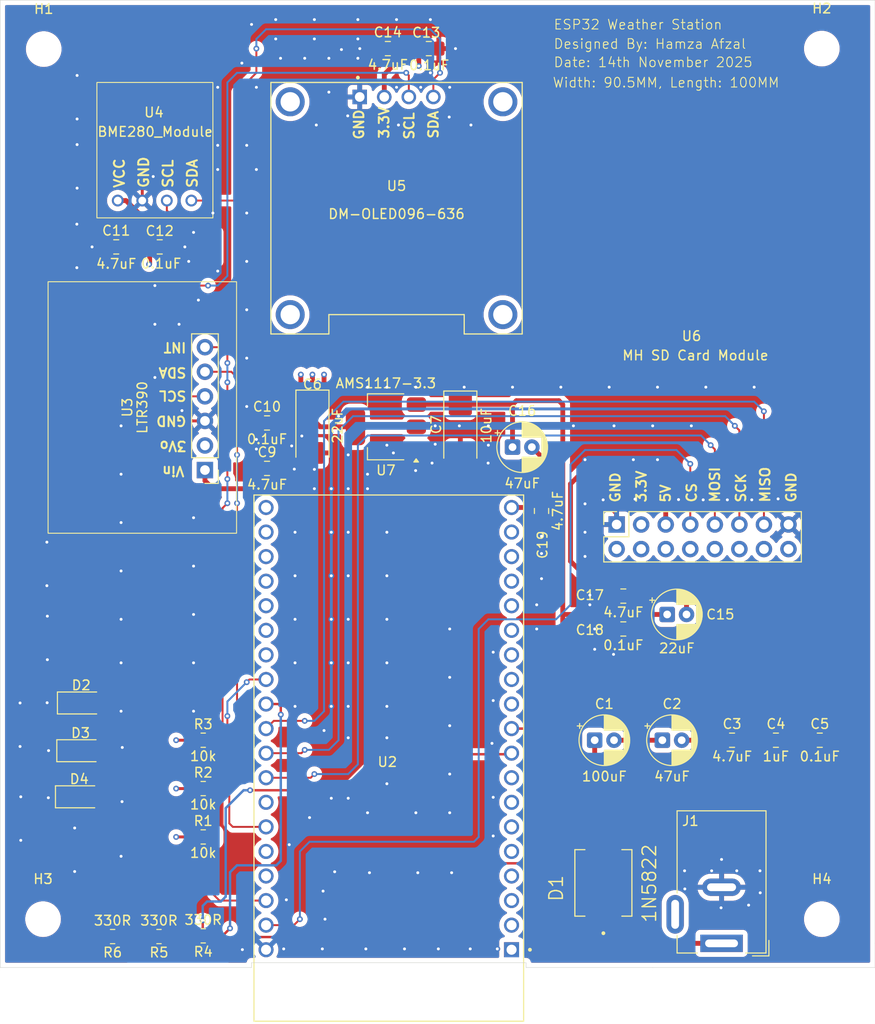
<source format=kicad_pcb>
(kicad_pcb (version 20241229) (generator "pcbnew") (generator_version "9.0")
  (layers (0 "F.Cu" signal) (4 "In1.Cu" signal) (6 "In2.Cu" signal) (2 "B.Cu" signal) (13 "F.Paste" user) (15 "B.Paste" user) (5 "F.SilkS" user "F.Silkscreen") (7 "B.SilkS" user "B.Silkscreen") (1 "F.Mask" user) (3 "B.Mask" user) (25 "Edge.Cuts" user))
  (net 0 "")
  (net 2 "GND")
  (net 5 "+3.3V")
  (net 7 "Net-(D2-A)")
  (net 9 "IO17")
  (net 12 "Net-(D1-K)")
  (net 14 "Net-(C1-Pad2)")
  (net 23 "Net-(C2-Pad2)")
  (net 26 "Net-(D3-A)")
  (net 27 "+5V")
  (net 32 "Net-(C3-Pad2)")
  (net 34 "IO25")
  (net 35 "Net-(C4-Pad2)")
  (net 38 "Net-(U6-5V)")
  (net 39 "Net-(U2-EXT_5V)")
  (net 40 "Net-(D1-A)")
  (net 41 "SCL")
  (net 42 "SDA")
  (net 43 "INT")
  (net 44 "MOSI")
  (net 45 "CS")
  (net 46 "MISO")
  (net 48 "SCK")
  (net 59 "Net-(D4-A)")
  (net 60 "IO26")
  (footprint "Capacitor_SMD:C_0805_2012Metric_Pad1.18x1.45mm_HandSolder" (layer "F.Cu") (at 71.5 55.5)
    (property "Reference" "C11")
    (property "Value" "4.7uF")
  )
  (footprint "MountingHole:MountingHole_3.2mm_M3" (layer "F.Cu") (at 144.5 125)
    (property "Reference" "H4")
    (property "Value" "MountingHole" (hide yes))
  )
  (footprint "Resistor_SMD:R_0805_2012Metric_Pad1.20x1.40mm_HandSolder" (layer "F.Cu") (at 80.5 126.725 180)
    (property "Reference" "R4")
    (property "Value" "330R")
  )
  (footprint "Capacitor_SMD:C_0805_2012Metric_Pad1.18x1.45mm_HandSolder" (layer "F.Cu") (at 99.6 35)
    (property "Reference" "C14")
    (property "Value" "4.7uF")
  )
  (footprint "Capacitor_SMD:C_0805_2012Metric_Pad1.18x1.45mm_HandSolder" (layer "F.Cu") (at 76 55.5 180)
    (property "Reference" "C12")
    (property "Value" "0.1uF")
  )
  (footprint "Connector_PinSocket_2.54mm:MH-SD_Card Module" (layer "F.Cu") (at 131.02 65.12)
    (property "Reference" "U6" (hide yes))
    (property "Value" "MH SD Card Module")
  )
  (footprint "Sensor:LTR390" (layer "F.Cu") (at 82.45 85.1 90)
    (property "Reference" "U3")
    (property "Value" "LTR390")
  )
  (footprint "MountingHole:MountingHole_3.2mm_M3" (layer "F.Cu") (at 144.5 35)
    (property "Reference" "H2")
    (property "Value" "MountingHole" (hide yes))
  )
  (footprint "Capacitor_SMD:C_0805_2012Metric_Pad1.18x1.45mm_HandSolder" (layer "F.Cu") (at 115.5 82.8 90)
    (property "Reference" "C19")
    (property "Value" "4.7uF")
  )
  (footprint "Resistor_SMD:R_0805_2012Metric_Pad1.20x1.40mm_HandSolder" (layer "F.Cu") (at 71.125 126.8 180)
    (property "Reference" "R6")
    (property "Value" "330R")
  )
  (footprint "Capacitor_SMD:C_0805_2012Metric_Pad1.18x1.45mm_HandSolder" (layer "F.Cu") (at 139.75 106.5)
    (property "Reference" "C4")
    (property "Value" "1uF")
  )
  (footprint "Diode_SMD:SS34" (layer "F.Cu") (at 121.9 121.2525 90)
    (property "Reference" "D1")
    (property "Value" "1N5822")
  )
  (footprint "Resistor_SMD:R_0805_2012Metric_Pad1.20x1.40mm_HandSolder" (layer "F.Cu") (at 80.5 106.5)
    (property "Reference" "R3")
    (property "Value" "10k")
  )
  (footprint "Sensor:BME 280 Module" (layer "F.Cu") (at 74.51995 47 90)
    (property "Reference" "U4" (hide yes))
    (property "Value" "BME280_Module")
  )
  (footprint "Capacitor_SMD:C_0805_2012Metric_Pad1.18x1.45mm_HandSolder" (layer "F.Cu") (at 135.2125 106.5)
    (property "Reference" "C3")
    (property "Value" "4.7uF")
  )
  (footprint "LED_SMD:LED_1206_3216Metric_Pad1.42x1.75mm_HandSolder" (layer "F.Cu") (at 67.675 112.35)
    (property "Reference" "D4")
    (property "Value" "LED")
  )
  (footprint "MountingHole:MountingHole_3.2mm_M3" (layer "F.Cu") (at 63.93 125)
    (property "Reference" "H3")
    (property "Value" "MountingHole" (hide yes))
  )
  (footprint "Capacitor_SMD:C_0805_2012Metric_Pad1.18x1.45mm_HandSolder" (layer "F.Cu") (at 123.9625 95)
    (property "Reference" "C18")
    (property "Value" "0.1uF")
  )
  (footprint "LED_SMD:LED_1206_3216Metric_Pad1.42x1.75mm_HandSolder" (layer "F.Cu") (at 67.875 102.65)
    (property "Reference" "D2")
    (property "Value" "LED")
  )
  (footprint "Capacitor_THT:CP_Radial_D5.0mm_P2.00mm" (layer "F.Cu") (at 121 106.5)
    (property "Reference" "C1")
    (property "Value" "100uF")
  )
  (footprint "Resistor_SMD:R_0805_2012Metric_Pad1.20x1.40mm_HandSolder" (layer "F.Cu") (at 80.5 116.5)
    (property "Reference" "R1")
    (property "Value" "10k")
  )
  (footprint "Display:MODULE_DM-OLED096-636" (layer "F.Cu") (at 100.5 51.5)
    (property "Reference" "U5")
    (property "Value" "DM-OLED096-636")
  )
  (footprint "Resistor_SMD:R_0805_2012Metric_Pad1.20x1.40mm_HandSolder" (layer "F.Cu") (at 80.5 111.5)
    (property "Reference" "R2")
    (property "Value" "10k")
  )
  (footprint "Capacitor_Tantalum_SMD:CP_EIA-6032-28_Kemet-C_HandSolder" (layer "F.Cu") (at 107.1 74.3425 -90)
    (property "Reference" "C7")
    (property "Value" "10uF")
  )
  (footprint "MountingHole:MountingHole_3.2mm_M3" (layer "F.Cu") (at 64 35.05)
    (property "Reference" "H1")
    (property "Value" "MountingHole" (hide yes))
  )
  (footprint "Connector_BarrelJack:BarrelJack_Wuerth_6941xx301002" (layer "F.Cu") (at 134.125 127.5 180)
    (property "Reference" "J1")
    (property "Value" "Barrel_Jack")
  )
  (footprint "Capacitor_SMD:C_0805_2012Metric_Pad1.18x1.45mm_HandSolder" (layer "F.Cu") (at 144.2875 106.5)
    (property "Reference" "C5")
    (property "Value" "0.1uF")
  )
  (footprint "Capacitor_THT:CP_Radial_D5.0mm_P2.00mm" (layer "F.Cu") (at 112.5 76.2)
    (property "Reference" "C16")
    (property "Value" "47uF")
  )
  (footprint "Capacitor_SMD:C_0805_2012Metric_Pad1.18x1.45mm_HandSolder" (layer "F.Cu") (at 87.1 73.7)
    (property "Reference" "C10")
    (property "Value" "0.1uF")
  )
  (footprint "Package_TO_SOT_SMD:SOT-223-3_TabPin2" (layer "F.Cu") (at 99.4 74.1 180)
    (property "Reference" "U7")
    (property "Value" "AMS1117-3.3")
  )
  (footprint "RF_Module:ESP32-DEVKITC-32D" (layer "F.Cu") (at 99.7 108.4 180)
    (property "Reference" "U2")
    (property "Value" "ESP32-DEVKITC-32D")
  )
  (footprint "LED_SMD:LED_1206_3216Metric_Pad1.42x1.75mm_HandSolder" (layer "F.Cu") (at 67.8125 107.585)
    (property "Reference" "D3")
    (property "Value" "LED")
  )
  (footprint "Capacitor_SMD:C_0805_2012Metric_Pad1.18x1.45mm_HandSolder" (layer "F.Cu") (at 103.8375 35 180)
    (property "Reference" "C13")
    (property "Value" "0.1uF")
  )
  (footprint "Capacitor_THT:CP_Radial_D5.0mm_P2.00mm" (layer "F.Cu") (at 128.5 93.5)
    (property "Reference" "C15")
    (property "Value" "22uF")
  )
  (footprint "Capacitor_THT:CP_Radial_D5.0mm_P2.00mm" (layer "F.Cu") (at 128 106.5)
    (property "Reference" "C2")
    (property "Value" "47uF")
  )
  (footprint "Capacitor_Tantalum_SMD:CP_EIA-6032-28_Kemet-C_HandSolder" (layer "F.Cu") (at 91.8 74.2425 -90)
    (property "Reference" "C6")
    (property "Value" "22uF")
  )
  (footprint "Capacitor_SMD:C_0805_2012Metric_Pad1.18x1.45mm_HandSolder" (layer "F.Cu") (at 87.1 78.4)
    (property "Reference" "C9")
    (property "Value" "4.7uF")
  )
  (footprint "Capacitor_SMD:C_0805_2012Metric_Pad1.18x1.45mm_HandSolder" (layer "F.Cu") (at 123.9625 91.6)
    (property "Reference" "C17")
    (property "Value" "4.7uF")
  )
  (footprint "Resistor_SMD:R_0805_2012Metric_Pad1.20x1.40mm_HandSolder" (layer "F.Cu") (at 75.925 126.8 180)
    (property "Reference" "R5")
    (property "Value" "330R")
  )
  (gr_line (start 150 30) (end 150 33.5) (stroke (width 0.05)) (layer "Edge.Cuts"))
  (gr_line (start 113.9 129.5) (end 85.5 129.5) (stroke (width 0.05)) (layer "Edge.Cuts"))
  (gr_line (start 85.5 129.5) (end 85.5 130) (stroke (width 0.05)) (layer "Edge.Cuts"))
  (gr_line (start 85.5 130) (end 59.5 130) (stroke (width 0.05)) (layer "Edge.Cuts"))
  (gr_line (start 150 130) (end 150 127.5) (stroke (width 0.05)) (layer "Edge.Cuts"))
  (gr_line (start 113.9 130) (end 127 130) (stroke (width 0.05)) (layer "Edge.Cuts"))
  (gr_line (start 59.5 130) (end 59.5 30) (stroke (width 0.05)) (layer "Edge.Cuts"))
  (gr_line (start 150 33.5) (end 150 127.5) (stroke (width 0.05)) (layer "Edge.Cuts"))
  (gr_line (start 59.5 30) (end 127 30) (stroke (width 0.05)) (layer "Edge.Cuts"))
  (gr_line (start 127 130) (end 150 130) (stroke (width 0.05)) (layer "Edge.Cuts"))
  (gr_line (start 127 30) (end 150 30) (stroke (width 0.05)) (layer "Edge.Cuts"))
  (gr_line (start 113.9 130) (end 113.9 129.5) (stroke (width 0.05)) (layer "Edge.Cuts"))
  (gr_text "Width: 90.5MM, Length: 100MM\n" (at 116.6 39.1 0) (layer "F.SilkS") (effects (font (size 1 1) (thickness 0.1)) (justify left bottom)))
  (gr_text "ESP32 Weather Station\n" (at 116.7 33.1 0) (layer "F.SilkS") (effects (font (size 1 1) (thickness 0.1)) (justify left bottom)))
  (gr_text "Date: 14th November 2025\n" (at 116.7 37 0) (layer "F.SilkS") (effects (font (size 1 1) (thickness 0.1)) (justify left bottom)))
  (gr_text "Designed By: Hamza Afzal\n" (at 116.7 35.1 0) (layer "F.SilkS") (effects (font (size 1 1) (thickness 0.1)) (justify left bottom)))
  (segment (start 79.365 73.49) (end 80.68 73.49) (width 0.3) (layer "F.Cu") (net 2))
  (segment (start 123.27 83.045) (end 123.27 84.2) (width 0.5) (layer "F.Cu") (net 2))
  (segment (start 77.0375 55.5) (end 78.6 55.5) (width 0.3) (layer "F.Cu") (net 2))
  (segment (start 86.0625 73.7) (end 86.0625 75.3375) (width 0.3) (layer "F.Cu") (net 2))
  (segment (start 100.575 76.4) (end 100.175 76.8) (width 0.5) (layer "F.Cu") (net 2))
  (segment (start 64.51 107.585) (end 64.5 107.575) (width 0.25) (layer "F.Cu") (net 2))
  (segment (start 98.5625 35) (end 96.7 35) (width 0.3) (layer "F.Cu") (net 2))
  (segment (start 104.875 35) (end 106.6 35) (width 0.3) (layer "F.Cu") (net 2))
  (segment (start 134.125 121.7) (end 134.125 118.825) (width 0.5) (layer "F.Cu") (net 2))
  (segment (start 91.8 76.15) (end 90.7 75.05) (width 0.5) (layer "F.Cu") (net 2))
  (segment (start 91.8 76.8) (end 91.8 76.15) (width 0.5) (layer "F.Cu") (net 2))
  (segment (start 94.7 39.6) (end 94.7 35.2) (width 0.3) (layer "F.Cu") (net 2))
  (segment (start 78.3 72.425) (end 79.365 73.49) (width 0.3) (layer "F.Cu") (net 2))
  (segment (start 74.875 48.225) (end 74.19455 48.90545) (width 0.3) (layer "F.Cu") (net 2))
  (segment (start 86.0625 75.3375) (end 86 75.4) (width 0.3) (layer "F.Cu") (net 2))
  (segment (start 86.0625 76.4625) (end 86 76.4) (width 0.3) (layer "F.Cu") (net 2))
  (segment (start 122.925 91.6) (end 120.6 91.6) (width 0.5) (layer "F.Cu") (net 2))
  (segment (start 122.925 95) (end 121 95) (width 0.5) (layer "F.Cu") (net 2))
  (segment (start 95.1 40) (end 94.7 39.6) (width 0.3) (layer "F.Cu") (net 2))
  (segment (start 121.875 81.65) (end 123.27 83.045) (width 0.5) (layer "F.Cu") (net 2))
  (segment (start 94.7 35.2) (end 94.8 35.1) (width 0.3) (layer "F.Cu") (net 2))
  (segment (start 86.0625 78.4) (end 86.0625 76.4625) (width 0.3) (layer "F.Cu") (net 2))
  (segment (start 109.025 76.9) (end 109.975 77.85) (width 0.5) (layer "F.Cu") (net 2))
  (segment (start 74.19455 48.90545) (end 74.19455 50.71) (width 0.3) (layer "F.Cu") (net 2))
  (segment (start 107.1 76.9) (end 109.025 76.9) (width 0.5) (layer "F.Cu") (net 2))
  (segment (start 120.6 91.6) (end 120.5 91.5) (width 0.5) (layer "F.Cu") (net 2))
  (segment (start 66.3875 102.65) (end 64.375 102.65) (width 0.25) (layer "F.Cu") (net 2))
  (segment (start 70.4625 55.5) (end 69 55.5) (width 0.3) (layer "F.Cu") (net 2))
  (segment (start 115.5 83.8375) (end 115.5 85.4) (width 0.3) (layer "F.Cu") (net 2))
  (segment (start 96.69 40) (end 95.1 40) (width 0.3) (layer "F.Cu") (net 2))
  (segment (start 64.375 102.65) (end 64.35 102.625) (width 0.25) (layer "F.Cu") (net 2))
  (segment (start 75.325 48.225) (end 74.875 48.225) (width 0.3) (layer "F.Cu") (net 2))
  (segment (start 102.55 76.4) (end 100.575 76.4) (width 0.5) (layer "F.Cu") (net 2))
  (segment (start 64.575 112.35) (end 64.475 112.45) (width 0.25) (layer "F.Cu") (net 2))
  (segment (start 66.325 107.585) (end 64.51 107.585) (width 0.25) (layer "F.Cu") (net 2))
  (segment (start 66.1875 112.35) (end 64.575 112.35) (width 0.25) (layer "F.Cu") (net 2))
  (via (at 99.5 76) (size 0.6) (drill 0.3) (layers "F.Cu" "B.Cu") (net 2))
  (via (at 88 34) (size 0.6) (drill 0.3) (layers "F.Cu" "B.Cu") (net 2))
  (via (at 136.925 123.55) (size 0.6) (drill 0.3) (layers "F.Cu" "B.Cu") (net 2))
  (via (at 129.675 81.625) (size 0.6) (drill 0.3) (layers "F.Cu" "B.Cu") (net 2))
  (via (at 107 74) (size 0.6) (drill 0.3) (layers "F.Cu" "B.Cu") (net 2))
  (via (at 95.5 112.5) (size 0.6) (drill 0.3) (layers "F.Cu" "B.Cu") (net 2))
  (via (at 97.5 114) (size 0.6) (drill 0.3) (layers "F.Cu" "B.Cu") (net 2))
  (via (at 78.3 72.425) (size 0.6) (drill 0.3) (layers "F.Cu" "B.Cu") (net 2))
  (via (at 90 85) (size 0.6) (drill 0.3) (layers "F.Cu" "B.Cu") (net 2))
  (via (at 84.5 36.5) (size 0.6) (drill 0.3) (layers "F.Cu" "B.Cu") (net 2))
  (via (at 93.5 36) (size 0.6) (drill 0.3) (layers "F.Cu" "B.Cu") (net 2))
  (via (at 106.6 35) (size 0.6) (drill 0.3) (layers "F.Cu" "B.Cu") (net 2))
  (via (at 72 84) (size 0.6) (drill 0.3) (layers "F.Cu" "B.Cu") (net 2))
  (via (at 96.5 36) (size 0.6) (drill 0.3) (layers "F.Cu" "B.Cu") (net 2))
  (via (at 72 103.5) (size 0.6) (drill 0.3) (layers "F.Cu" "B.Cu") (net 2))
  (via (at 96.5 32) (size 0.6) (drill 0.3) (layers "F.Cu" "B.Cu") (net 2))
  (via (at 106 114) (size 0.6) (drill 0.3) (layers "F.Cu" "B.Cu") (net 2))
  (via (at 94.1 120.1) (size 0.6) (drill 0.3) (layers "F.Cu" "B.Cu") (net 2))
  (via (at 139.975 81.55) (size 0.6) (drill 0.3) (layers "F.Cu" "B.Cu") (net 2))
  (via (at 94.5 73) (size 0.6) (drill 0.3) (layers "F.Cu" "B.Cu") (net 2))
  (via (at 89.65 76.075) (size 0.6) (drill 0.3) (layers "F.Cu" "B.Cu") (net 2))
  (via (at 78 63.5) (size 0.6) (drill 0.3) (layers "F.Cu" "B.Cu") (net 2))
  (via (at 67.2 115.575) (size 0.6) (drill 0.3) (layers "F.Cu" "B.Cu") (net 2))
  (via (at 85 57) (size 0.6) (drill 0.3) (layers "F.Cu" "B.Cu") (net 2))
  (via (at 81.5 52) (size 0.6) (drill 0.3) (layers "F.Cu" "B.Cu") (net 2))
  (via (at 82 45) (size 0.6) (drill 0.3) (layers "F.Cu" "B.Cu") (net 2))
  (via (at 64.325 86.025) (size 0.6) (drill 0.3) (layers "F.Cu" "B.Cu") (net 2))
  (via (at 99.5 70) (size 0.6) (drill 0.3) (layers "F.Cu" "B.Cu") (net 2))
  (via (at 91.5 114.5) (size 0.6) (drill 0.3) (layers "F.Cu" "B.Cu") (net 2))
  (via (at 95.5 89.5) (size 0.6) (drill 0.3) (layers "F.Cu" "B.Cu") (net 2))
  (via (at 90 89.5) (size 0.6) (drill 0.3) (layers "F.Cu" "B.Cu") (net 2))
  (via (at 110.375 106.825) (size 0.6) (drill 0.3) (layers "F.Cu" "B.Cu") (net 2))
  (via (at 127.5 77.5) (size 0.6) (drill 0.3) (layers "F.Cu" "B.Cu") (net 2))
  (via (at 108.125 128.075) (size 0.6) (drill 0.3) (layers "F.Cu" "B.Cu") (net 2))
  (via (at 106.2 120.2) (size 0.6) (drill 0.3) (layers "F.Cu" "B.Cu") (net 2))
  (via (at 132.5 70) (size 0.6) (drill 0.3) (layers "F.Cu" "B.Cu") (net 2))
  (via (at 99.5 111) (size 0.6) (drill 0.3) (layers "F.Cu" "B.Cu") (net 2))
  (via (at 72 89) (size 0.6) (drill 0.3) (layers "F.Cu" "B.Cu") (net 2))
  (via (at 102.475 78.625) (size 0.6) (drill 0.3) (layers "F.Cu" "B.Cu") (net 2))
  (via (at 61.55 102.65) (size 0.6) (drill 0.3) (layers "F.Cu" "B.Cu") (net 2))
  (via (at 85 72) (size 0.6) (drill 0.3) (layers "F.Cu" "B.Cu") (net 2))
  (via (at 122.5 70) (size 0.6) (drill 0.3) (layers "F.Cu" "B.Cu") (net 2))
  (via (at 135.7 120) (size 0.6) (drill 0.3) (layers "F.Cu" "B.Cu") (net 2))
  (via (at 85 67) (size 0.6) (drill 0.3) (layers "F.Cu" "B.Cu") (net 2))
  (via (at 137.25 81.65) (size 0.6) (drill 0.3) (layers "F.Cu" "B.Cu") (net 2))
  (via (at 110.5 116.4) (size 0.6) (drill 0.3) (layers "F.Cu" "B.Cu") (net 2))
  (via (at 104.5 75.9) (size 0.6) (drill 0.3) (layers "F.Cu" "B.Cu") (net 2))
  (via (at 119.999999 82.061971) (size 0.6) (drill 0.3) (layers "F.Cu" "B.Cu") (net 2))
  (via (at 90 98.5) (size 0.6) (drill 0.3) (layers "F.Cu" "B.Cu") (net 2))
  (via (at 125.175 81.575) (size 0.6) (drill 0.3) (layers "F.Cu" "B.Cu") (net 2))
  (via (at 67.45 44.925) (size 0.6) (drill 0.3) (layers "F.Cu" "B.Cu") (net 2))
  (via (at 133.1 120) (size 0.6) (drill 0.3) (layers "F.Cu" "B.Cu") (net 2))
  (via (at 64.5 107.575) (size 0.6) (drill 0.3) (layers "F.Cu" "B.Cu") (net 2))
  (via (at 91 36) (size 0.6) (drill 0.3) (layers "F.Cu" "B.Cu") (net 2))
  (via (at 79.5 83.5) (size 0.6) (drill 0.3) (layers "F.Cu" "B.Cu") (net 2))
  (via (at 85 52) (size 0.6) (drill 0.3) (layers "F.Cu" "B.Cu") (net 2))
  (via (at 72 79) (size 0.6) (drill 0.3) (layers "F.Cu" "B.Cu") (net 2))
  (via (at 100.5 32) (size 0.6) (drill 0.3) (layers "F.Cu" "B.Cu") (net 2))
  (via (at 67.45 37.775) (size 0.6) (drill 0.3) (layers "F.Cu" "B.Cu") (net 2))
  (via (at 86 47.5) (size 0.6) (drill 0.3) (layers "F.Cu" "B.Cu") (net 2))
  (via (at 67.45 42.275) (size 0.6) (drill 0.3) (layers "F.Cu" "B.Cu") (net 2))
  (via (at 109.975 77.85) (size 0.6) (drill 0.3) (layers "F.Cu" "B.Cu") (net 2))
  (via (at 120 85) (size 0.6) (drill 0.3) (layers "F.Cu" "B.Cu") (net 2))
  (via (at 103 39) (size 0.6) (drill 0.3) (layers "F.Cu" "B.Cu") (net 2))
  (via (at 102.7 120.2) (size 0.6) (drill 0.3) (layers "F.Cu" "B.Cu") (net 2))
  (via (at 99.5 106.25) (size 0.6) (drill 0.3) (layers "F.Cu" "B.Cu") (net 2))
  (via (at 99.5 85) (size 0.6) (drill 0.3) (layers "F.Cu" "B.Cu") (net 2))
  (via (at 82 47.5) (size 0.6) (drill 0.3) (layers "F.Cu" "B.Cu") (net 2))
  (via (at 104.825 128.075) (size 0.6) (drill 0.3) (layers "F.Cu" "B.Cu") (net 2))
  (via (at 84.55 128.15) (size 0.6) (drill 0.3) (layers "F.Cu" "B.Cu") (net 2))
  (via (at 75.5 69) (size 0.6) (drill 0.3) (layers "F.Cu" "B.Cu") (net 2))
  (via (at 95.5 80.5) (size 0.6) (drill 0.3) (layers "F.Cu" "B.Cu") (net 2))
  (via (at 96.7 35) (size 0.6) (drill 0.3) (layers "F.Cu" "B.Cu") (net 2))
  (via (at 95.5 94) (size 0.6) (drill 0.3) (layers "F.Cu" "B.Cu") (net 2))
  (via (at 92.825 128.075) (size 0.6) (drill 0.3) (layers "F.Cu" "B.Cu") (net 2))
  (via (at 95.5 98.5) (size 0.6) (drill 0.3) (layers "F.Cu" "B.Cu") (net 2))
  (via (at 90 103) (size 0.6) (drill 0.3) (layers "F.Cu" "B.Cu") (net 2))
  (via (at 82 58) (size 0.6) (drill 0.3) (layers "F.Cu" "B.Cu") (net 2))
  (via (at 72.125 107.25) (size 0.6) (drill 0.3) (layers "F.Cu" "B.Cu") (net 2))
  (via (at 99.5 89.5) (size 0.6) (drill 0.3) (layers "F.Cu" "B.Cu") (net 2))
  (via (at 121.875 81.65) (size 0.6) (drill 0.3) (layers "F.Cu" "B.Cu") (net 2))
  (via (at 97.5 79) (size 0.6) (drill 0.3) (layers "F.Cu" "B.Cu") (net 2))
  (via (at 69 55.5) (size 0.6) (drill 0.3) (layers "F.Cu" "B.Cu") (net 2))
  (via (at 64.375 93.675) (size 0.6) (drill 0.3) (layers "F.Cu" "B.Cu") (net 2))
  (via (at 99.5 98.5) (size 0.6) (drill 0.3) (layers "F.Cu" "B.Cu") (net 2))
  (via (at 92 34) (size 0.6) (drill 0.3) (layers "F.Cu" "B.Cu") (net 2))
  (via (at 93.75 80.5) (size 0.6) (drill 0.3) (layers "F.Cu" "B.Cu") (net 2))
  (via (at 75.5 63.5) (size 0.6) (drill 0.3) (layers "F.Cu" "B.Cu") (net 2))
  (via (at 115.5 87.2) (size 0.6) (drill 0.3) (layers "F.Cu" "B.Cu") (net 2))
  (via (at 110 76) (size 0.6) (drill 0.3) (layers "F.Cu" "B.Cu") (net 2))
  (via (at 104 37.5) (size 0.6) (drill 0.3) (layers "F.Cu" "B.Cu") (net 2))
  (via (at 93.1 125) (size 0.6) (drill 0.3) (layers "F.Cu" "B.Cu") (net 2))
  (via (at 95.45 41.95) (size 0.6) (drill 0.3) (layers "F.Cu" "B.Cu") (net 2))
  (via (at 106 95) (size 0.6) (drill 0.3) (layers "F.Cu" "B.Cu") (net 2))
  (via (at 121 95) (size 0.6) (drill 0.3) (layers "F.Cu" "B.Cu") (net 2))
  (via (at 122.95 97.625) (size 0.6) (drill 0.3) (layers "F.Cu" "B.Cu") (net 2))
  (via (at 110 74) (size 0.6) (drill 0.3) (layers "F.Cu" "B.Cu") (net 2))
  (via (at 115 95) (size 0.6) (drill 0.3) (layers "F.Cu" "B.Cu") (net 2))
  (via (at 93.75 89.5) (size 0.6) (drill 0.3) (layers "F.Cu" "B.Cu") (net 2))
  (via (at 92 78.5) (size 0.6) (drill 0.3) (layers "F.Cu" "B.Cu") (net 2))
  (via (at 64.475 112.45) (size 0.6) (drill 0.3) (layers "F.Cu" "B.Cu") (net 2))
  (via (at 110.925 128.075) (size 0.6) (drill 0.3) (layers "F.Cu" "B.Cu") (net 2))
  (via (at 95.5 103) (size 0.6) (drill 0.3) (layers "F.Cu" "B.Cu") (net 2))
  (via (at 112.5 70) (size 0.6) (drill 0.3) (layers "F.Cu" "B.Cu") (net 2))
  (via (at 137.5 70) (size 0.6) (drill 0.3) (layers "F.Cu" "B.Cu") (net 2))
  (via (at 134.725 81.65) (size 0.6) (drill 0.3) (layers "F.Cu" "B.Cu") (net 2))
  (via (at 115 92.5) (size 0.6) (drill 0.3) (layers "F.Cu" "B.Cu") (net 2))
  (via (at 85.5 32.5) (size 0.6) (drill 0.3) (layers "F.Cu" "B.Cu") (net 2))
  (via (at 134.075 123.825) (size 0.6) (drill 0.3) (layers "F.Cu" "B.Cu") (net 2))
  (via (at 108.2 42.9) (size 0.6) (drill 0.3) (layers "F.Cu" "B.Cu") (net 2))
  (via (at 110.5 102.4) (size 0.6) (drill 0.3) (layers "F.Cu" "B.Cu") (net 2))
  (via (at 79.5 88.5) (size 0.6) (drill 0.3) (layers "F.Cu" "B.Cu") (net 2))
  (via (at 72 74) (size 0.6) (drill 0.3) (layers "F.Cu" "B.Cu") (net 2))
  (via (at 97.325 128.075) (size 0.6) (drill 0.3) (layers "F.Cu" "B.Cu") (net 2))
  (via (at 78.6 55.5) (size 0.6) (drill 0.3) (layers "F.Cu" "B.Cu") (net 2))
  (via (at 72 98.5) (size 0.6) (drill 0.3) (layers "F.Cu" "B.Cu") (net 2))
  (via (at 120.5 91.5) (size 0.6) (drill 0.3) (layers "F.Cu" "B.Cu") (net 2))
  (via (at 117.5 70) (size 0.6) (drill 0.3) (layers "F.Cu" "B.Cu") (net 2))
  (via (at 61.625 112.35) (size 0.6) (drill 0.3) (layers "F.Cu" "B.Cu") (net 2))
  (via (at 120 77.5) (size 0.6) (drill 0.3) (layers "F.Cu" "B.Cu") (net 2))
  (via (at 95.5 85) (size 0.6) (drill 0.3) (layers "F.Cu" "B.Cu") (net 2))
  (via (at 106 105) (size 0.6) (drill 0.3) (layers "F.Cu" "B.Cu") (net 2))
  (via (at 92 80.5) (size 0.6) (drill 0.3) (layers "F.Cu" "B.Cu") (net 2))
  (via (at 97.5 70) (size 0.6) (drill 0.3) (layers "F.Cu" "B.Cu") (net 2))
  (via (at 85 45) (size 0.6) (drill 0.3) (layers "F.Cu" "B.Cu") (net 2))
  (via (at 88.5 36) (size 0.6) (drill 0.3) (layers "F.Cu" "B.Cu") (net 2))
  (via (at 120.5 92.5) (size 0.6) (drill 0.3) (layers "F.Cu" "B.Cu") (net 2))
  (via (at 97.7 120.2) (size 0.6) (drill 0.3) (layers "F.Cu" "B.Cu") (net 2))
  (via (at 67.425 57.65) (size 0.6) (drill 0.3) (layers "F.Cu" "B.Cu") (net 2))
  (via (at 99.5 94) (size 0.6) (drill 0.3) (layers "F.Cu" "B.Cu") (net 2))
  (via (at 138.1 120) (size 0.6) (drill 0.3) (layers "F.Cu" "B.Cu") (net 2))
  (via (at 85 62) (size 0.6) (drill 0.3) (layers "F.Cu" "B.Cu") (net 2))
  (via (at 110.5 112.4) (size 0.6) (drill 0.3) (layers "F.Cu" "B.Cu") (net 2))
  (via (at 79 57) (size 0.6) (drill 0.3) (layers "F.Cu" "B.Cu") (net 2))
  (via (at 67.2 120.075) (size 0.6) (drill 0.3) (layers "F.Cu" "B.Cu") (net 2))
  (via (at 127 74) (size 0.6) (drill 0.3) (layers "F.Cu" "B.Cu") (net 2))
  (via (at 67.425 53.15) (size 0.6) (drill 0.3) (layers "F.Cu" "B.Cu") (net 2))
  (via (at 89.4 117.3) (size 0.6) (drill 0.3) (layers "F.Cu" "B.Cu") (net 2))
  (via (at 106 100) (size 0.6) (drill 0.3) (layers "F.Cu" "B.Cu") (net 2))
  (via (at 100.7 42.9) (size 0.6) (drill 0.3) (layers "F.Cu" "B.Cu") (net 2))
  (via (at 97.5 80.5) (size 0.6) (drill 0.3) (layers "F.Cu" "B.Cu") (net 2))
  (via (at 104.5 74) (size 0.6) (drill 0.3) (layers "F.Cu" "B.Cu") (net 2))
  (via (at 93.75 103) (size 0.6) (drill 0.3) (layers "F.Cu" "B.Cu") (net 2))
  (via (at 89.1 123) (size 0.6) (drill 0.3) (layers "F.Cu" "B.Cu") (net 2))
  (via (at 107.5 70) (size 0.6) (drill 0.3) (layers "F.Cu" "B.Cu") (net 2))
  (via (at 118.8 74) (size 0.6) (drill 0.3) (layers "F.Cu" "B.Cu") (net 2))
  (via (at 121 97.1) (size 0.6) (drill 0.3) (layers "F.Cu" "B.Cu") (net 2))
  (via (at 102.5 114) (size 0.6) (drill 0.3) (layers "F.Cu" "B.Cu") (net 2))
  (via (at 92.9 122.1) (size 0.6) (drill 0.3) (layers "F.Cu" "B.Cu") (net 2))
  (via (at 86 76.4) (size 0.6) (drill 0.3) (layers "F.Cu" "B.Cu") (net 2))
  (via (at 72 118.5) (size 0.6) (drill 0.3) (layers "F.Cu" "B.Cu") (net 2))
  (via (at 95.5 77) (size 0.6) (drill 0.3) (layers "F.Cu" "B.Cu") (net 2))
  (via (at 123 74) (size 0.6) (drill 0.3) (layers "F.Cu" "B.Cu") (net 2))
  (via (at 61.625 116.85) (size 0.6) (drill 0.3) (layers "F.Cu" "B.Cu") (net 2))
  (via (at 100.5 39) (size 0.6) (drill 0.3) (layers "F.Cu" "B.Cu") (net 2))
  (via (at 86 39) (size 0.6) (drill 0.3) (layers "F.Cu" "B.Cu") (net 2))
  (via (at 82 39) (size 0.6) (drill 0.3) (layers "F.Cu" "B.Cu") (net 2))
  (via (at 115.5 89.8) (size 0.6) (drill 0.3) (layers "F.Cu" "B.Cu") (net 2))
  (via (at 120 87.5) (size 0.6) (drill 0.3) (layers "F.Cu" "B.Cu") (net 2))
  (via (at 89.925 78.475) (size 0.6) (drill 0.3) (layers "F.Cu" "B.Cu") (net 2))
  (via (at 95.5 106.25) (size 0.6) (drill 0.3) (layers "F.Cu" "B.Cu") (net 2))
  (via (at 130.3 120) (size 0.6) (drill 0.3) (layers "F.Cu" "B.Cu") (net 2))
  (via (at 79.5 54) (size 0.6) (drill 0.3) (layers "F.Cu" "B.Cu") (net 2))
  (via (at 99.5 103) (size 0.6) (drill 0.3) (layers "F.Cu" "B.Cu") (net 2))
  (via (at 93 105.5) (size 0.6) (drill 0.3) (layers "F.Cu" "B.Cu") (net 2))
  (via (at 72.1 112.85) (size 0.6) (drill 0.3) (layers "F.Cu" "B.Cu") (net 2))
  (via (at 88 32) (size 0.6) (drill 0.3) (layers "F.Cu" "B.Cu") (net 2))
  (via (at 138.125 122.275) (size 0.6) (drill 0.3) (layers "F.Cu" "B.Cu") (net 2))
  (via (at 100.175 76.8) (size 0.6) (drill 0.3) (layers "F.Cu" "B.Cu") (net 2))
  (via (at 75.325 48.225) (size 0.6) (drill 0.3) (layers "F.Cu" "B.Cu") (net 2))
  (via (at 64.375 98.175) (size 0.6) (drill 0.3) (layers "F.Cu" "B.Cu") (net 2))
  (via (at 90 94) (size 0.6) (drill 0.3) (layers "F.Cu" "B.Cu") (net 2))
  (via (at 64.35 102.625) (size 0.6) (drill 0.3) (layers "F.Cu" "B.Cu") (net 2))
  (via (at 61.55 107.15) (size 0.6) (drill 0.3) (layers "F.Cu" "B.Cu") (net 2))
  (via (at 86 75.4) (size 0.6) (drill 0.3) (layers "F.Cu" "B.Cu") (net 2))
  (via (at 90.7 75.05) (size 0.6) (drill 0.3) (layers "F.Cu" "B.Cu") (net 2))
  (via (at 93.75 112.5) (size 0.6) (drill 0.3) (layers "F.Cu" "B.Cu") (net 2))
  (via (at 132.225 81.65) (size 0.6) (drill 0.3) (layers "F.Cu" "B.Cu") (net 2))
  (via (at 94.8 35.1) (size 0.6) (drill 0.3) (layers "F.Cu" "B.Cu") (net 2))
  (via (at 75.5 59.5) (size 0.6) (drill 0.3) (layers "F.Cu" "B.Cu") (net 2))
  (via (at 130.325 121.875) (size 0.6) (drill 0.3) (layers "F.Cu" "B.Cu") (net 2))
  (via (at 93.75 85) (size 0.6) (drill 0.3) (layers "F.Cu" "B.Cu") (net 2))
  (via (at 79.5 103.5) (size 0.6) (drill 0.3) (layers "F.Cu" "B.Cu") (net 2))
  (via (at 106 39) (size 0.6) (drill 0.3) (layers "F.Cu" "B.Cu") (net 2))
  (via (at 67.45 49.425) (size 0.6) (drill 0.3) (layers "F.Cu" "B.Cu") (net 2))
  (via (at 88.825 128.075) (size 0.6) (drill 0.3) (layers "F.Cu" "B.Cu") (net 2))
  (via (at 104 32) (size 0.6) (drill 0.3) (layers "F.Cu" "B.Cu") (net 2))
  (via (at 101.325 128.075) (size 0.6) (drill 0.3) (layers "F.Cu" "B.Cu") (net 2))
  (via (at 92.2 42.9) (size 0.6) (drill 0.3) (layers "F.Cu" "B.Cu") (net 2))
  (via (at 127.5 70) (size 0.6) (drill 0.3) (layers "F.Cu" "B.Cu") (net 2))
  (via (at 72 94) (size 0.6) (drill 0.3) (layers "F.Cu" "B.Cu") (net 2))
  (via (at 102.5 70) (size 0.6) (drill 0.3) (layers "F.Cu" "B.Cu") (net 2))
  (via (at 104.175 77.85) (size 0.6) (drill 0.3) (layers "F.Cu" "B.Cu") (net 2))
  (via (at 93.5 39.5) (size 0.6) (drill 0.3) (layers "F.Cu" "B.Cu") (net 2))
  (via (at 96.5 34) (size 0.6) (drill 0.3) (layers "F.Cu" "B.Cu") (net 2))
  (via (at 125 77.5) (size 0.6) (drill 0.3) (layers "F.Cu" "B.Cu") (net 2))
  (via (at 80 61) (size 0.6) (drill 0.3) (layers "F.Cu" "B.Cu") (net 2))
  (via (at 79.5 98.5) (size 0.6) (drill 0.3) (layers "F.Cu" "B.Cu") (net 2))
  (via (at 134.125 118.825) (size 0.6) (drill 0.3) (layers "F.Cu" "B.Cu") (net 2))
  (via (at 93.75 94) (size 0.6) (drill 0.3) (layers "F.Cu" "B.Cu") (net 2))
  (via (at 110.5 97.4) (size 0.6) (drill 0.3) (layers "F.Cu" "B.Cu") (net 2))
  (via (at 131 74) (size 0.6) (drill 0.3) (layers "F.Cu" "B.Cu") (net 2))
  (via (at 93.75 98.5) (size 0.6) (drill 0.3) (layers "F.Cu" "B.Cu") (net 2))
  (via (at 64.325 90.525) (size 0.6) (drill 0.3) (layers "F.Cu" "B.Cu") (net 2))
  (via (at 79.5 93.5) (size 0.6) (drill 0.3) (layers "F.Cu" "B.Cu") (net 2))
  (via (at 105.95 42.075) (size 0.6) (drill 0.3) (layers "F.Cu" "B.Cu") (net 2))
  (via (at 115.5 85.4) (size 0.6) (drill 0.3) (layers "F.Cu" "B.Cu") (net 2))
  (via (at 92 32) (size 0.6) (drill 0.3) (layers "F.Cu" "B.Cu") (net 2))
  (via (at 106 110) (size 0.6) (drill 0.3) (layers "F.Cu" "B.Cu") (net 2))
  (segment (start 74.9625 57.2375) (end 74.9 57.3) (width 0.3) (layer "F.Cu") (net 5))
  (segment (start 88.815 71.685) (end 88.1375 72.3625) (width 0.5) (layer "F.Cu") (net 5))
  (segment (start 100.6375 35) (end 100.6375 36.2625) (width 0.5) (layer "F.Cu") (net 5))
  (segment (start 90.6 68.7) (end 90.6 70.485) (width 0.5) (layer "F.Cu") (net 5))
  (segment (start 79.5 111.5) (end 77.7 111.5) (width 0.3) (layer "F.Cu") (net 5))
  (segment (start 73.8 52) (end 72.51 50.71) (width 0.5) (layer "F.Cu") (net 5))
  (segment (start 91.8 73.3) (end 91.8 71.685) (width 0.5) (layer "F.Cu") (net 5))
  (segment (start 87.5 80.5) (end 81.5 80.5) (width 0.5) (layer "F.Cu") (net 5))
  (segment (start 93 68.7) (end 93 70.485) (width 0.5) (layer "F.Cu") (net 5))
  (segment (start 80.68 79.68) (end 80.68 78.57) (width 0.5) (layer "F.Cu") (net 5))
  (segment (start 100.6375 36.2625) (end 99.23 37.67) (width 0.5) (layer "F.Cu") (net 5))
  (segment (start 73.8 55.5) (end 73.8 52) (width 0.5) (layer "F.Cu") (net 5))
  (segment (start 90.6 70.485) (end 91.8 71.685) (width 0.5) (layer "F.Cu") (net 5))
  (segment (start 79.5 116.5) (end 77.7 116.5) (width 0.3) (layer "F.Cu") (net 5))
  (segment (start 72.51 50.71) (end 71.65455 50.71) (width 0.5) (layer "F.Cu") (net 5))
  (segment (start 88.1375 78.4) (end 88.1375 79.8625) (width 0.5) (layer "F.Cu") (net 5))
  (segment (start 74.9625 55.5) (end 73.8 55.5) (width 0.5) (layer "F.Cu") (net 5))
  (segment (start 102.55 74.1) (end 96.25 74.1) (width 0.5) (layer "F.Cu") (net 5))
  (segment (start 73.8 55.5) (end 72.5375 55.5) (width 0.5) (layer "F.Cu") (net 5))
  (segment (start 81.5 80.5) (end 80.68 79.68) (width 0.5) (layer "F.Cu") (net 5))
  (segment (start 92.6 74.1) (end 91.8 73.3) (width 0.5) (layer "F.Cu") (net 5))
  (segment (start 96.25 74.1) (end 92.6 74.1) (width 0.5) (layer "F.Cu") (net 5))
  (segment (start 88.1375 79.8625) (end 87.5 80.5) (width 0.5) (layer "F.Cu") (net 5))
  (segment (start 88.1375 73.7) (end 88.1375 78.4) (width 0.5) (layer "F.Cu") (net 5))
  (segment (start 88.1375 72.3625) (end 88.1375 73.7) (width 0.5) (layer "F.Cu") (net 5))
  (segment (start 74.9625 55.5) (end 74.9625 57.2375) (width 0.5) (layer "F.Cu") (net 5))
  (segment (start 102.8 35) (end 102.8 36.8) (width 0.5) (layer "F.Cu") (net 5))
  (segment (start 91.8 68.7) (end 91.8 71.685) (width 0.5) (layer "F.Cu") (net 5))
  (segment (start 100.6375 35) (end 102.8 35) (width 0.5) (layer "F.Cu") (net 5))
  (segment (start 91.8 71.685) (end 88.815 71.685) (width 0.5) (layer "F.Cu") (net 5))
  (segment (start 93 70.485) (end 91.8 71.685) (width 0.5) (layer "F.Cu") (net 5))
  (segment (start 99.23 37.67) (end 99.23 40) (width 0.5) (layer "F.Cu") (net 5))
  (segment (start 79.5 106.5) (end 77.7 106.5) (width 0.3) (layer "F.Cu") (net 5))
  (via (at 91.8 68.7) (size 0.6) (drill 0.3) (layers "F.Cu" "B.Cu") (net 5))
  (via (at 77.7 116.5) (size 0.6) (drill 0.3) (layers "F.Cu" "B.Cu") (net 5))
  (via (at 77.7 106.5) (size 0.6) (drill 0.3) (layers "F.Cu" "B.Cu") (net 5))
  (via (at 102.8 36.8) (size 0.6) (drill 0.3) (layers "F.Cu" "B.Cu") (net 5))
  (via (at 74.9 57.3) (size 0.6) (drill 0.3) (layers "F.Cu" "B.Cu") (net 5))
  (via (at 93 68.7) (size 0.6) (drill 0.3) (layers "F.Cu" "B.Cu") (net 5))
  (via (at 90.6 68.7) (size 0.6) (drill 0.3) (layers "F.Cu" "B.Cu") (net 5))
  (via (at 77.7 111.5) (size 0.6) (drill 0.3) (layers "F.Cu" "B.Cu") (net 5))
  (segment (start 69.3625 102.65) (end 69.3625 104.6375) (width 0.25) (layer "F.Cu") (net 7))
  (segment (start 78.25 124.575) (end 79.5 125.825) (width 0.25) (layer "F.Cu") (net 7))
  (segment (start 79.5 125.825) (end 79.5 126.725) (width 0.25) (layer "F.Cu") (net 7))
  (segment (start 71.925 124.575) (end 78.25 124.575) (width 0.25) (layer "F.Cu") (net 7))
  (segment (start 71.2 106.475) (end 71.2 123.85) (width 0.25) (layer "F.Cu") (net 7))
  (segment (start 71.2 123.85) (end 71.925 124.575) (width 0.25) (layer "F.Cu") (net 7))
  (segment (start 69.3625 104.6375) (end 71.2 106.475) (width 0.25) (layer "F.Cu") (net 7))
  (segment (start 81.5 126.725) (end 82.5 126.725) (width 0.25) (layer "F.Cu") (net 9))
  (segment (start 82.5 126.725) (end 83.275 125.95) (width 0.25) (layer "F.Cu") (net 9))
  (segment (start 88.525 103) (end 88.285 102.76) (width 0.25) (layer "F.Cu") (net 9))
  (segment (start 88.525 103.85) (end 88.525 103) (width 0.25) (layer "F.Cu") (net 9))
  (segment (start 88.285 102.76) (end 87 102.76) (width 0.25) (layer "F.Cu") (net 9))
  (via (at 83.275 125.95) (size 0.6) (drill 0.3) (layers "F.Cu" "B.Cu") (net 9))
  (via (at 88.525 103.85) (size 0.6) (drill 0.3) (layers "F.Cu" "B.Cu") (net 9))
  (segment (start 88.525 103.85) (end 88.525 118.975) (width 0.25) (layer "B.Cu") (net 9))
  (segment (start 83.275 120.15) (end 83.275 125.95) (width 0.25) (layer "B.Cu") (net 9))
  (segment (start 88.525 118.975) (end 88.066 119.434) (width 0.25) (layer "B.Cu") (net 9))
  (segment (start 83.991 119.434) (end 83.275 120.15) (width 0.25) (layer "B.Cu") (net 9))
  (segment (start 88.066 119.434) (end 83.991 119.434) (width 0.25) (layer "B.Cu") (net 9))
  (segment (start 121 106.5) (end 121 112) (width 0.5) (layer "F.Cu") (net 12))
  (segment (start 121.9 112.9) (end 121.9 117.7975) (width 0.5) (layer "F.Cu") (net 12))
  (segment (start 121 112) (end 121.9 112.9) (width 0.5) (layer "F.Cu") (net 12))
  (segment (start 123 106.5) (end 128 106.5) (width 0.5) (layer "F.Cu") (net 14))
  (segment (start 130 106.5) (end 134.175 106.5) (width 0.5) (layer "F.Cu") (net 23))
  (segment (start 74.425 125.225) (end 74.925 125.725) (width 0.25) (layer "F.Cu") (net 26))
  (segment (start 70.375 108.66) (end 70.375 124.35) (width 0.25) (layer "F.Cu") (net 26))
  (segment (start 70.375 124.35) (end 71.25 125.225) (width 0.25) (layer "F.Cu") (net 26))
  (segment (start 74.925 125.725) (end 74.925 126.8) (width 0.25) (layer "F.Cu") (net 26))
  (segment (start 69.3 107.585) (end 70.375 108.66) (width 0.25) (layer "F.Cu") (net 26))
  (segment (start 71.25 125.225) (end 74.425 125.225) (width 0.25) (layer "F.Cu") (net 26))
  (segment (start 117.3 71.4) (end 117.7 71.8) (width 0.5) (layer "F.Cu") (net 27))
  (segment (start 119.1 100.5) (end 117.7 99.1) (width 0.5) (layer "F.Cu") (net 27))
  (segment (start 125 91.6) (end 125 92.9) (width 0.5) (layer "F.Cu") (net 27))
  (segment (start 125 92.9) (end 125 93.5) (width 0.5) (layer "F.Cu") (net 27))
  (segment (start 125 93.5) (end 117.7 93.5) (width 0.5) (layer "F.Cu") (net 27))
  (segment (start 112.5 76.2) (end 112.5 71.8) (width 0.5) (layer "F.Cu") (net 27))
  (segment (start 117.7 99.1) (end 117.7 93.5) (width 0.5) (layer "F.Cu") (net 27))
  (segment (start 107.1 71.785) (end 112.485 71.785) (width 0.5) (layer "F.Cu") (net 27))
  (segment (start 102.565 71.785) (end 102.55 71.8) (width 0.3) (layer "F.Cu") (net 27))
  (segment (start 144.425 100.5) (end 119.1 100.5) (width 0.5) (layer "F.Cu") (net 27))
  (segment (start 112.9 71.4) (end 117.3 71.4) (width 0.5) (layer "F.Cu") (net 27))
  (segment (start 117.7 71.8) (end 117.7 93.5) (width 0.5) (layer "F.Cu") (net 27))
  (segment (start 145.325 101.4) (end 144.425 100.5) (width 0.5) (layer "F.Cu") (net 27))
  (segment (start 112.5 71.8) (end 112.9 71.4) (width 0.5) (layer "F.Cu") (net 27))
  (segment (start 125 93.5) (end 125 95) (width 0.5) (layer "F.Cu") (net 27))
  (segment (start 125 93.5) (end 128.5 93.5) (width 0.5) (layer "F.Cu") (net 27))
  (segment (start 107.1 71.785) (end 102.565 71.785) (width 0.5) (layer "F.Cu") (net 27))
  (segment (start 112.485 71.785) (end 112.5 71.8) (width 0.3) (layer "F.Cu") (net 27))
  (segment (start 145.325 106.5) (end 145.325 101.4) (width 0.5) (layer "F.Cu") (net 27))
  (segment (start 136.25 106.5) (end 138.7125 106.5) (width 0.5) (layer "F.Cu") (net 32))
  (segment (start 76.925 127.6) (end 77.5 128.175) (width 0.25) (layer "F.Cu") (net 34))
  (segment (start 76.925 126.8) (end 76.925 127.6) (width 0.25) (layer "F.Cu") (net 34))
  (segment (start 112.29 107.95) (end 112.4 107.84) (width 0.25) (layer "F.Cu") (net 34))
  (segment (start 95.3 111.675) (end 99.025 107.95) (width 0.25) (layer "F.Cu") (net 34))
  (segment (start 85.35 111.675) (end 95.3 111.675) (width 0.25) (layer "F.Cu") (net 34))
  (segment (start 80.175 128.175) (end 80.45 127.9) (width 0.25) (layer "F.Cu") (net 34))
  (segment (start 77.5 128.175) (end 80.175 128.175) (width 0.25) (layer "F.Cu") (net 34))
  (segment (start 80.45 127.9) (end 80.45 125.125) (width 0.25) (layer "F.Cu") (net 34))
  (segment (start 99.025 107.95) (end 112.29 107.95) (width 0.25) (layer "F.Cu") (net 34))
  (via (at 85.35 111.675) (size 0.6) (drill 0.3) (layers "F.Cu" "B.Cu") (net 34))
  (via (at 80.45 125.125) (size 0.6) (drill 0.3) (layers "F.Cu" "B.Cu") (net 34))
  (segment (start 80.9 123.175) (end 82.325 123.175) (width 0.25) (layer "B.Cu") (net 34))
  (segment (start 82.824 122.676) (end 82.824 113.526) (width 0.25) (layer "B.Cu") (net 34))
  (segment (start 84.675 111.675) (end 85.35 111.675) (width 0.25) (layer "B.Cu") (net 34))
  (segment (start 82.325 123.175) (end 82.824 122.676) (width 0.25) (layer "B.Cu") (net 34))
  (segment (start 82.824 113.526) (end 84.675 111.675) (width 0.25) (layer "B.Cu") (net 34))
  (segment (start 80.45 125.125) (end 80.45 123.625) (width 0.25) (layer "B.Cu") (net 34))
  (segment (start 80.45 123.625) (end 80.9 123.175) (width 0.25) (layer "B.Cu") (net 34))
  (segment (start 140.7875 106.5) (end 143.25 106.5) (width 0.5) (layer "F.Cu") (net 35))
  (segment (start 130.5 93.5) (end 130.5 90.5) (width 0.5) (layer "F.Cu") (net 38))
  (segment (start 118.5 88) (end 118.5 80) (width 0.5) (layer "F.Cu") (net 38))
  (segment (start 118.5 80) (end 119.5 79) (width 0.5) (layer "F.Cu") (net 38))
  (segment (start 120 89.5) (end 118.5 88) (width 0.5) (layer "F.Cu") (net 38))
  (segment (start 129.5 89.5) (end 120 89.5) (width 0.5) (layer "F.Cu") (net 38))
  (segment (start 119.5 79) (end 127.5 79) (width 0.5) (layer "F.Cu") (net 38))
  (segment (start 130.5 90.5) (end 129.5 89.5) (width 0.5) (layer "F.Cu") (net 38))
  (segment (start 128.35 79.85) (end 128.35 84.2) (width 0.5) (layer "F.Cu") (net 38))
  (segment (start 127.5 79) (end 128.35 79.85) (width 0.5) (layer "F.Cu") (net 38))
  (segment (start 112.4 82.44) (end 114.8225 82.44) (width 0.5) (layer "F.Cu") (net 39))
  (segment (start 114.8225 82.44) (end 115.5 81.7625) (width 0.5) (layer "F.Cu") (net 39))
  (segment (start 114.5 76.2) (end 115.6 77.3) (width 0.5) (layer "F.Cu") (net 39))
  (segment (start 115.6 77.3) (end 115.6 81.6625) (width 0.5) (layer "F.Cu") (net 39))
  (segment (start 115.6 81.6625) (end 115.5 81.7625) (width 0.3) (layer "F.Cu") (net 39))
  (segment (start 122.625 127.5) (end 121.9 126.775) (width 0.5) (layer "F.Cu") (net 40))
  (segment (start 121.9 126.775) (end 121.9 124.7075) (width 0.5) (layer "F.Cu") (net 40))
  (segment (start 132.81 127.5) (end 122.625 127.5) (width 0.5) (layer "F.Cu") (net 40))
  (segment (start 82 54) (end 82 57) (width 0.2) (layer "F.Cu") (net 41))
  (segment (start 77 59.5) (end 77 71) (width 0.2) (layer "F.Cu") (net 41))
  (segment (start 81 59.5) (end 77 59.5) (width 0.2) (layer "F.Cu") (net 41))
  (segment (start 77 71) (end 75.55 72.45) (width 0.2) (layer "F.Cu") (net 41))
  (segment (start 75.55 118.55) (end 76 119) (width 0.2) (layer "F.Cu") (net 41))
  (segment (start 87 123.08) (end 82.18 123.08) (width 0.2) (layer "F.Cu") (net 41))
  (segment (start 76.73455 50.71) (end 76.73455 51.73455) (width 0.2) (layer "F.Cu") (net 41))
  (segment (start 82.18 123.08) (end 81.5 122.4) (width 0.2) (layer "F.Cu") (net 41))
  (segment (start 101.77 37.77) (end 101.5 37.5) (width 0.2) (layer "F.Cu") (net 41))
  (segment (start 76.73455 51.73455) (end 78 53) (width 0.2) (layer "F.Cu") (net 41))
  (segment (start 75.55 72.45) (end 75.55 118.55) (width 0.2) (layer "F.Cu") (net 41))
  (segment (start 78 58) (end 77 59) (width 0.2) (layer "F.Cu") (net 41))
  (segment (start 81 53) (end 82 54) (width 0.2) (layer "F.Cu") (net 41))
  (segment (start 77.05 70.95) (end 77 71) (width 0.2) (layer "F.Cu") (net 41))
  (segment (start 78 53) (end 81 53) (width 0.2) (layer "F.Cu") (net 41))
  (segment (start 77 59) (end 77 59.5) (width 0.2) (layer "F.Cu") (net 41))
  (segment (start 81.5 122.4) (end 81.5 119) (width 0.2) (layer "F.Cu") (net 41))
  (segment (start 76 119) (end 81.5 119) (width 0.2) (layer "F.Cu") (net 41))
  (segment (start 81.5 119) (end 81.5 116.5) (width 0.2) (layer "F.Cu") (net 41))
  (segment (start 80.68 70.95) (end 77.05 70.95) (width 0.2) (layer "F.Cu") (net 41))
  (segment (start 82 57) (end 81 58) (width 0.2) (layer "F.Cu") (net 41))
  (segment (start 101.77 40) (end 101.77 37.77) (width 0.2) (layer "F.Cu") (net 41))
  (segment (start 81 58) (end 78 58) (width 0.2) (layer "F.Cu") (net 41))
  (via (at 101.5 37.5) (size 0.6) (drill 0.3) (layers "F.Cu" "B.Cu") (net 41))
  (via (at 81 59.5) (size 0.6) (drill 0.3) (layers "F.Cu" "B.Cu") (net 41))
  (segment (start 92 37.5) (end 84 37.5) (width 0.2) (layer "B.Cu") (net 41))
  (segment (start 101.5 37.5) (end 92 37.5) (width 0.2) (layer "B.Cu") (net 41))
  (segment (start 84 37.5) (end 83 38.5) (width 0.2) (layer "B.Cu") (net 41))
  (segment (start 82 59.5) (end 81 59.5) (width 0.2) (layer "B.Cu") (net 41))
  (segment (start 83 58.5) (end 82 59.5) (width 0.2) (layer "B.Cu") (net 41))
  (segment (start 83 38.5) (end 83 58.5) (width 0.2) (layer "B.Cu") (net 41))
  (segment (start 84 82) (end 84 111.2) (width 0.2) (layer "F.Cu") (net 42))
  (segment (start 83.2 112) (end 83.2 115.1) (width 0.2) (layer "F.Cu") (net 42))
  (segment (start 81.5 111.5) (end 82.7 111.5) (width 0.2) (layer "F.Cu") (net 42))
  (segment (start 86 37.5) (end 84 39.5) (width 0.2) (layer "F.Cu") (net 42))
  (segment (start 84 51) (end 84 69) (width 0.2) (layer "F.Cu") (net 42))
  (segment (start 84 39.5) (end 84 51) (width 0.2) (layer "F.Cu") (net 42))
  (segment (start 79.27455 50.71) (end 83.71 50.71) (width 0.2) (layer "F.Cu") (net 42))
  (segment (start 84 111.2) (end 83.2 112) (width 0.2) (layer "F.Cu") (net 42))
  (segment (start 83.71 50.71) (end 84 51) (width 0.2) (layer "F.Cu") (net 42))
  (segment (start 80.68 68.41) (end 83.41 68.41) (width 0.2) (layer "F.Cu") (net 42))
  (segment (start 86 35) (end 86 37.5) (width 0.2) (layer "F.Cu") (net 42))
  (segment (start 83.41 68.41) (end 84 69) (width 0.2) (layer "F.Cu") (net 42))
  (segment (start 83.2 115.1) (end 83.56 115.46) (width 0.2) (layer "F.Cu") (net 42))
  (segment (start 82.7 111.5) (end 83.2 112) (width 0.2) (layer "F.Cu") (net 42))
  (segment (start 84 69) (end 84 77) (width 0.2) (layer "F.Cu") (net 42))
  (segment (start 104.31 38.19) (end 105 37.5) (width 0.2) (layer "F.Cu") (net 42))
  (segment (start 104.31 40) (end 104.31 38.19) (width 0.2) (layer "F.Cu") (net 42))
  (segment (start 83.56 115.46) (end 87 115.46) (width 0.2) (layer "F.Cu") (net 42))
  (via (at 84 82) (size 0.6) (drill 0.3) (layers "F.Cu" "B.Cu") (net 42))
  (via (at 105 37.5) (size 0.6) (drill 0.3) (layers "F.Cu" "B.Cu") (net 42))
  (via (at 84 77) (size 0.6) (drill 0.3) (layers "F.Cu" "B.Cu") (net 42))
  (via (at 86 35) (size 0.6) (drill 0.3) (layers "F.Cu" "B.Cu") (net 42))
  (segment (start 104 33) (end 87 33) (width 0.2) (layer "B.Cu") (net 42))
  (segment (start 105 34) (end 104 33) (width 0.2) (layer "B.Cu") (net 42))
  (segment (start 86 34) (end 86 35) (width 0.2) (layer "B.Cu") (net 42))
  (segment (start 84 77) (end 84 82) (width 0.2) (layer "B.Cu") (net 42))
  (segment (start 87 33) (end 86 34) (width 0.2) (layer "B.Cu") (net 42))
  (segment (start 105 37.5) (end 105 34) (width 0.2) (layer "B.Cu") (net 42))
  (segment (start 82.5 105.5) (end 82.5 102) (width 0.2) (layer "F.Cu") (net 43))
  (segment (start 85.28 100.22) (end 85 100.5) (width 0.2) (layer "F.Cu") (net 43))
  (segment (start 82.5 82.5) (end 83 82) (width 0.2) (layer "F.Cu") (net 43))
  (segment (start 82.5 102) (end 82.5 82.5) (width 0.2) (layer "F.Cu") (net 43))
  (segment (start 82.37 65.87) (end 80.68 65.87) (width 0.2) (layer "F.Cu") (net 43))
  (segment (start 87 100.22) (end 85.28 100.22) (width 0.2) (layer "F.Cu") (net 43))
  (segment (start 83 66.5) (end 82.37 65.87) (width 0.2) (layer "F.Cu") (net 43))
  (segment (start 81.5 106.5) (end 82.5 105.5) (width 0.2) (layer "F.Cu") (net 43))
  (segment (start 83 104) (end 83 106) (width 0.2) (layer "F.Cu") (net 43))
  (segment (start 82.5 106.5) (end 81.5 106.5) (width 0.2) (layer "F.Cu") (net 43))
  (segment (start 83 67.5) (end 83 66.5) (width 0.2) (layer "F.Cu") (net 43))
  (segment (start 83 106) (end 82.5 106.5) (width 0.2) (layer "F.Cu") (net 43))
  (segment (start 83 79.5) (end 83 69.5) (width 0.2) (layer "F.Cu") (net 43))
  (via (at 85 100.5) (size 0.6) (drill 0.3) (layers "F.Cu" "B.Cu") (net 43))
  (via (at 83 82) (size 0.6) (drill 0.3) (layers "F.Cu" "B.Cu") (net 43))
  (via (at 83 67.5) (size 0.6) (drill 0.3) (layers "F.Cu" "B.Cu") (net 43))
  (via (at 83 79.5) (size 0.6) (drill 0.3) (layers "F.Cu" "B.Cu") (net 43))
  (via (at 83 69.5) (size 0.6) (drill 0.3) (layers "F.Cu" "B.Cu") (net 43))
  (via (at 83 104) (size 0.6) (drill 0.3) (layers "F.Cu" "B.Cu") (net 43))
  (segment (start 85 100.5) (end 83 102.5) (width 0.2) (layer "B.Cu") (net 43))
  (segment (start 83 82) (end 83 79.5) (width 0.2) (layer "B.Cu") (net 43))
  (segment (start 83 69.5) (end 83 67.5) (width 0.2) (layer "B.Cu") (net 43))
  (segment (start 83 102.5) (end 83 104) (width 0.2) (layer "B.Cu") (net 43))
  (segment (start 91.62 110.38) (end 92 110) (width 0.2) (layer "F.Cu") (net 44))
  (segment (start 133.43 76.43) (end 133.43 84.2) (width 0.2) (layer "F.Cu") (net 44))
  (segment (start 133 76) (end 133.43 76.43) (width 0.2) (layer "F.Cu") (net 44))
  (segment (start 87 110.38) (end 91.62 110.38) (width 0.2) (layer "F.Cu") (net 44))
  (via (at 92 110) (size 0.6) (drill 0.3) (layers "F.Cu" "B.Cu") (net 44))
  (via (at 133 76) (size 0.6) (drill 0.3) (layers "F.Cu" "B.Cu") (net 44))
  (segment (start 95.5 110) (end 96.5 109) (width 0.2) (layer "B.Cu") (net 44))
  (segment (start 96.5 76) (end 97.5 75) (width 0.2) (layer "B.Cu") (net 44))
  (segment (start 92 110) (end 95.5 110) (width 0.2) (layer "B.Cu") (net 44))
  (segment (start 96.5 109) (end 96.5 76) (width 0.2) (layer "B.Cu") (net 44))
  (segment (start 97.5 75) (end 132 75) (width 0.2) (layer "B.Cu") (net 44))
  (segment (start 132 75) (end 133 76) (width 0.2) (layer "B.Cu") (net 44))
  (segment (start 89.88 125.62) (end 90.5 125) (width 0.2) (layer "F.Cu") (net 45))
  (segment (start 130.89 77.93) (end 130.89 84.2) (width 0.2) (layer "F.Cu") (net 45))
  (segment (start 87 125.62) (end 89.88 125.62) (width 0.2) (layer "F.Cu") (net 45))
  (via (at 130.89 77.93) (size 0.6) (drill 0.3) (layers "F.Cu" "B.Cu") (net 45))
  (via (at 90.5 125) (size 0.6) (drill 0.3) (layers "F.Cu" "B.Cu") (net 45))
  (segment (start 110 94) (end 117 94) (width 0.2) (layer "B.Cu") (net 45))
  (segment (start 109 95) (end 110 94) (width 0.2) (layer "B.Cu") (net 45))
  (segment (start 91.5 117) (end 108.5 117) (width 0.2) (layer "B.Cu") (net 45))
  (segment (start 90.5 118) (end 91.5 117) (width 0.2) (layer "B.Cu") (net 45))
  (segment (start 129.46 76.5) (end 130.89 77.93) (width 0.2) (layer "B.Cu") (net 45))
  (segment (start 90.5 125) (end 90.5 118) (width 0.2) (layer "B.Cu") (net 45))
  (segment (start 109 116.5) (end 109 95) (width 0.2) (layer "B.Cu") (net 45))
  (segment (start 118.5 78) (end 120 76.5) (width 0.2) (layer "B.Cu") (net 45))
  (segment (start 117 94) (end 118.5 92.5) (width 0.2) (layer "B.Cu") (net 45))
  (segment (start 108.5 117) (end 109 116.5) (width 0.2) (layer "B.Cu") (net 45))
  (segment (start 118.5 92.5) (end 118.5 78) (width 0.2) (layer "B.Cu") (net 45))
  (segment (start 120 76.5) (end 129.46 76.5) (width 0.2) (layer "B.Cu") (net 45))
  (segment (start 138.5 72.5) (end 138.51 72.51) (width 0.2) (layer "F.Cu") (net 46))
  (segment (start 138.51 72.51) (end 138.51 84.2) (width 0.2) (layer "F.Cu") (net 46))
  (segment (start 87 105.3) (end 87.8 104.5) (width 0.2) (layer "F.Cu") (net 46))
  (segment (start 87.8 104.5) (end 91 104.5) (width 0.2) (layer "F.Cu") (net 46))
  (via (at 138.5 72.5) (size 0.6) (drill 0.3) (layers "F.Cu" "B.Cu") (net 46))
  (via (at 91 104.5) (size 0.6) (drill 0.3) (layers "F.Cu" "B.Cu") (net 46))
  (segment (start 93 103.5) (end 92 104.5) (width 0.2) (layer "B.Cu") (net 46))
  (segment (start 137.5 71.5) (end 95 71.5) (width 0.2) (layer "B.Cu") (net 46))
  (segment (start 95 71.5) (end 93 73.5) (width 0.2) (layer "B.Cu") (net 46))
  (segment (start 92 104.5) (end 91 104.5) (width 0.2) (layer "B.Cu") (net 46))
  (segment (start 93 73.5) (end 93 103.5) (width 0.2) (layer "B.Cu") (net 46))
  (segment (start 138.5 72.5) (end 137.5 71.5) (width 0.2) (layer "B.Cu") (net 46))
  (segment (start 135.5 74) (end 135.97 74.47) (width 0.2) (layer "F.Cu") (net 48))
  (segment (start 90.66 107.84) (end 91 107.5) (width 0.2) (layer "F.Cu") (net 48))
  (segment (start 135.97 74.47) (end 135.97 84.2) (width 0.2) (layer "F.Cu") (net 48))
  (segment (start 87 107.84) (end 90.66 107.84) (width 0.2) (layer "F.Cu") (net 48))
  (via (at 135.5 74) (size 0.6) (drill 0.3) (layers "F.Cu" "B.Cu") (net 48))
  (via (at 91 107.5) (size 0.6) (drill 0.3) (layers "F.Cu" "B.Cu") (net 48))
  (segment (start 96 73) (end 134.5 73) (width 0.2) (layer "B.Cu") (net 48))
  (segment (start 94.5 74.5) (end 96 73) (width 0.2) (layer "B.Cu") (net 48))
  (segment (start 91 107.5) (end 93.5 107.5) (width 0.2) (layer "B.Cu") (net 48))
  (segment (start 94.5 106.5) (end 94.5 74.5) (width 0.2) (layer "B.Cu") (net 48))
  (segment (start 93.5 107.5) (end 94.5 106.5) (width 0.2) (layer "B.Cu") (net 48))
  (segment (start 134.5 73) (end 135.5 74) (width 0.2) (layer "B.Cu") (net 48))
  (segment (start 69.1625 125.8375) (end 70.125 126.8) (width 0.25) (layer "F.Cu") (net 59))
  (segment (start 69.1625 112.35) (end 69.1625 125.8375) (width 0.25) (layer "F.Cu") (net 59))
  (segment (start 109.05 126.85) (end 110.075 125.825) (width 0.25) (layer "F.Cu") (net 60))
  (segment (start 72.125 127.85) (end 73.45 129.175) (width 0.25) (layer "F.Cu") (net 60))
  (segment (start 84.625 126.85) (end 109.05 126.85) (width 0.25) (layer "F.Cu") (net 60))
  (segment (start 114.625 105.975) (end 113.95 105.3) (width 0.25) (layer "F.Cu") (net 60))
  (segment (start 110.075 119.875) (end 110.725 119.225) (width 0.25) (layer "F.Cu") (net 60))
  (segment (start 114.075 119.225) (end 114.625 118.675) (width 0.25) (layer "F.Cu") (net 60))
  (segment (start 110.725 119.225) (end 114.075 119.225) (width 0.25) (layer "F.Cu") (net 60))
  (segment (start 72.125 126.8) (end 72.125 127.85) (width 0.25) (layer "F.Cu") (net 60))
  (segment (start 113.95 105.3) (end 112.4 105.3) (width 0.25) (layer "F.Cu") (net 60))
  (segment (start 73.45 129.175) (end 82.3 129.175) (width 0.25) (layer "F.Cu") (net 60))
  (segment (start 82.3 129.175) (end 84.625 126.85) (width 0.25) (layer "F.Cu") (net 60))
  (segment (start 114.625 118.675) (end 114.625 105.975) (width 0.25) (layer "F.Cu") (net 60))
  (segment (start 110.075 125.825) (end 110.075 119.875) (width 0.25) (layer "F.Cu") (net 60))
  (zone (net 2) (net_name "GND") (layers "F.Cu" "B.Cu" "In1.Cu") (connect_pads (clearance 0.5)) (min_thickness 0.25) (fill yes (thermal_gap 0.5) (thermal_bridge_width 0.5))
    (polygon (pts (xy 59.5 30) (xy 150 30) (xy 150 130) (xy 113.9 130) (xy 113.9 129.5) (xy 85.5 129.5) (xy 85.5 130) (xy 59.5 130)))
  )
)
</source>
